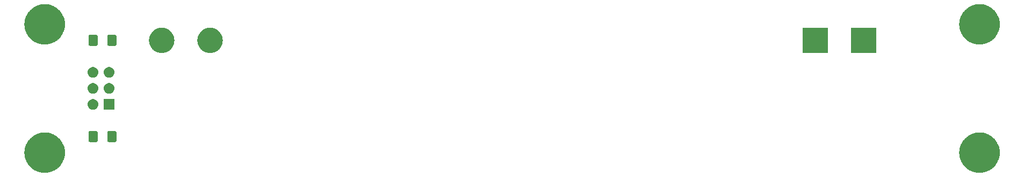
<source format=gbr>
G04 #@! TF.GenerationSoftware,KiCad,Pcbnew,7.0.9-7.0.9~ubuntu22.04.1*
G04 #@! TF.CreationDate,2023-12-29T17:37:10+01:00*
G04 #@! TF.ProjectId,Geiger Tube Driver,47656967-6572-4205-9475-626520447269,1.1*
G04 #@! TF.SameCoordinates,Original*
G04 #@! TF.FileFunction,Soldermask,Bot*
G04 #@! TF.FilePolarity,Negative*
%FSLAX46Y46*%
G04 Gerber Fmt 4.6, Leading zero omitted, Abs format (unit mm)*
G04 Created by KiCad (PCBNEW 7.0.9-7.0.9~ubuntu22.04.1) date 2023-12-29 17:37:10*
%MOMM*%
%LPD*%
G01*
G04 APERTURE LIST*
G04 APERTURE END LIST*
G36*
X76944866Y-108304766D02*
G01*
X77033239Y-108304766D01*
X77127593Y-108315027D01*
X77218286Y-108320121D01*
X77296297Y-108333375D01*
X77377692Y-108342228D01*
X77476827Y-108364049D01*
X77572067Y-108380231D01*
X77642406Y-108400495D01*
X77716067Y-108416709D01*
X77818574Y-108451248D01*
X77916893Y-108479573D01*
X77979045Y-108505317D01*
X78044417Y-108527344D01*
X78148715Y-108575597D01*
X78248428Y-108616900D01*
X78302068Y-108646546D01*
X78358874Y-108672827D01*
X78463243Y-108735624D01*
X78562503Y-108790483D01*
X78607599Y-108822480D01*
X78655755Y-108851455D01*
X78758321Y-108929423D01*
X78855167Y-108998139D01*
X78891908Y-109030972D01*
X78931590Y-109061138D01*
X79030412Y-109154747D01*
X79122742Y-109237258D01*
X79151553Y-109269498D01*
X79183131Y-109299410D01*
X79276173Y-109408948D01*
X79361861Y-109504833D01*
X79383383Y-109535166D01*
X79407436Y-109563483D01*
X79492634Y-109689140D01*
X79569517Y-109797497D01*
X79584576Y-109824745D01*
X79601880Y-109850266D01*
X79677197Y-109992329D01*
X79743100Y-110111572D01*
X79752691Y-110134727D01*
X79764174Y-110156386D01*
X79827585Y-110315536D01*
X79880427Y-110443107D01*
X79885682Y-110461350D01*
X79892419Y-110478257D01*
X79942018Y-110656896D01*
X79979769Y-110787933D01*
X79981926Y-110800633D01*
X79985115Y-110812116D01*
X80019106Y-111019457D01*
X80039879Y-111141714D01*
X80040259Y-111148481D01*
X80041167Y-111154020D01*
X80057856Y-111461838D01*
X80060000Y-111500000D01*
X80057856Y-111538164D01*
X80041167Y-111845979D01*
X80040259Y-111851516D01*
X80039879Y-111858286D01*
X80019102Y-111980569D01*
X79985115Y-112187883D01*
X79981927Y-112199363D01*
X79979769Y-112212067D01*
X79942010Y-112343130D01*
X79892419Y-112521742D01*
X79885683Y-112538646D01*
X79880427Y-112556893D01*
X79827574Y-112684489D01*
X79764174Y-112843613D01*
X79752693Y-112865268D01*
X79743100Y-112888428D01*
X79677184Y-113007694D01*
X79601880Y-113149733D01*
X79584579Y-113175248D01*
X79569517Y-113202503D01*
X79492618Y-113310880D01*
X79407436Y-113436516D01*
X79383387Y-113464827D01*
X79361861Y-113495167D01*
X79276156Y-113591071D01*
X79183131Y-113700589D01*
X79151559Y-113730494D01*
X79122742Y-113762742D01*
X79030393Y-113845269D01*
X78931590Y-113938861D01*
X78891915Y-113969020D01*
X78855167Y-114001861D01*
X78758301Y-114070590D01*
X78655755Y-114148544D01*
X78607609Y-114177512D01*
X78562503Y-114209517D01*
X78463222Y-114264387D01*
X78358874Y-114327172D01*
X78302079Y-114353447D01*
X78248428Y-114383100D01*
X78148694Y-114424411D01*
X78044417Y-114472655D01*
X77979058Y-114494676D01*
X77916893Y-114520427D01*
X77818554Y-114548757D01*
X77716067Y-114583290D01*
X77642420Y-114599500D01*
X77572067Y-114619769D01*
X77476807Y-114635954D01*
X77377692Y-114657771D01*
X77296309Y-114666622D01*
X77218286Y-114679879D01*
X77127588Y-114684972D01*
X77033239Y-114695234D01*
X76944866Y-114695234D01*
X76860000Y-114700000D01*
X76775134Y-114695234D01*
X76686761Y-114695234D01*
X76592411Y-114684972D01*
X76501714Y-114679879D01*
X76423691Y-114666622D01*
X76342307Y-114657771D01*
X76243187Y-114635953D01*
X76147933Y-114619769D01*
X76077582Y-114599501D01*
X76003932Y-114583290D01*
X75901438Y-114548755D01*
X75803107Y-114520427D01*
X75740945Y-114494678D01*
X75675582Y-114472655D01*
X75571295Y-114424407D01*
X75471572Y-114383100D01*
X75417925Y-114353450D01*
X75361125Y-114327172D01*
X75256764Y-114264380D01*
X75157497Y-114209517D01*
X75112396Y-114177516D01*
X75064244Y-114148544D01*
X74961683Y-114070580D01*
X74864833Y-114001861D01*
X74828089Y-113969025D01*
X74788409Y-113938861D01*
X74689588Y-113845253D01*
X74597258Y-113762742D01*
X74568445Y-113730501D01*
X74536868Y-113700589D01*
X74443823Y-113591048D01*
X74358139Y-113495167D01*
X74336617Y-113464835D01*
X74312563Y-113436516D01*
X74227358Y-113310849D01*
X74150483Y-113202503D01*
X74135424Y-113175256D01*
X74118119Y-113149733D01*
X74042791Y-113007649D01*
X73976900Y-112888428D01*
X73967310Y-112865277D01*
X73955825Y-112843613D01*
X73892399Y-112684425D01*
X73839573Y-112556893D01*
X73834318Y-112538655D01*
X73827580Y-112521742D01*
X73777961Y-112343034D01*
X73740231Y-112212067D01*
X73738074Y-112199372D01*
X73734884Y-112187883D01*
X73700869Y-111980401D01*
X73680121Y-111858286D01*
X73679741Y-111851525D01*
X73678832Y-111845979D01*
X73662114Y-111537648D01*
X73660000Y-111500000D01*
X73662114Y-111462354D01*
X73678832Y-111154020D01*
X73679741Y-111148472D01*
X73680121Y-111141714D01*
X73700864Y-111019625D01*
X73734884Y-110812116D01*
X73738074Y-110800624D01*
X73740231Y-110787933D01*
X73777954Y-110656992D01*
X73827580Y-110478257D01*
X73834319Y-110461341D01*
X73839573Y-110443107D01*
X73892388Y-110315599D01*
X73955825Y-110156386D01*
X73967312Y-110134718D01*
X73976900Y-110111572D01*
X74042778Y-109992373D01*
X74118119Y-109850266D01*
X74135427Y-109824737D01*
X74150483Y-109797497D01*
X74227343Y-109689172D01*
X74312563Y-109563483D01*
X74336621Y-109535158D01*
X74358139Y-109504833D01*
X74443806Y-109408970D01*
X74536868Y-109299410D01*
X74568451Y-109269492D01*
X74597258Y-109237258D01*
X74689569Y-109154763D01*
X74788409Y-109061138D01*
X74828097Y-109030967D01*
X74864833Y-108998139D01*
X74961663Y-108929433D01*
X75064244Y-108851455D01*
X75112405Y-108822477D01*
X75157497Y-108790483D01*
X75256744Y-108735630D01*
X75361125Y-108672827D01*
X75417936Y-108646543D01*
X75471572Y-108616900D01*
X75571275Y-108575601D01*
X75675582Y-108527344D01*
X75740958Y-108505315D01*
X75803107Y-108479573D01*
X75901418Y-108451250D01*
X76003932Y-108416709D01*
X76077596Y-108400494D01*
X76147933Y-108380231D01*
X76243167Y-108364049D01*
X76342307Y-108342228D01*
X76423704Y-108333375D01*
X76501714Y-108320121D01*
X76592406Y-108315027D01*
X76686761Y-108304766D01*
X76775134Y-108304766D01*
X76860000Y-108300000D01*
X76944866Y-108304766D01*
G37*
G36*
X224264866Y-108304766D02*
G01*
X224353239Y-108304766D01*
X224447593Y-108315027D01*
X224538286Y-108320121D01*
X224616297Y-108333375D01*
X224697692Y-108342228D01*
X224796827Y-108364049D01*
X224892067Y-108380231D01*
X224962406Y-108400495D01*
X225036067Y-108416709D01*
X225138574Y-108451248D01*
X225236893Y-108479573D01*
X225299045Y-108505317D01*
X225364417Y-108527344D01*
X225468715Y-108575597D01*
X225568428Y-108616900D01*
X225622068Y-108646546D01*
X225678874Y-108672827D01*
X225783243Y-108735624D01*
X225882503Y-108790483D01*
X225927599Y-108822480D01*
X225975755Y-108851455D01*
X226078321Y-108929423D01*
X226175167Y-108998139D01*
X226211908Y-109030972D01*
X226251590Y-109061138D01*
X226350412Y-109154747D01*
X226442742Y-109237258D01*
X226471553Y-109269498D01*
X226503131Y-109299410D01*
X226596173Y-109408948D01*
X226681861Y-109504833D01*
X226703383Y-109535166D01*
X226727436Y-109563483D01*
X226812634Y-109689140D01*
X226889517Y-109797497D01*
X226904576Y-109824745D01*
X226921880Y-109850266D01*
X226997197Y-109992329D01*
X227063100Y-110111572D01*
X227072691Y-110134727D01*
X227084174Y-110156386D01*
X227147585Y-110315536D01*
X227200427Y-110443107D01*
X227205682Y-110461350D01*
X227212419Y-110478257D01*
X227262018Y-110656896D01*
X227299769Y-110787933D01*
X227301926Y-110800633D01*
X227305115Y-110812116D01*
X227339106Y-111019457D01*
X227359879Y-111141714D01*
X227360259Y-111148481D01*
X227361167Y-111154020D01*
X227377856Y-111461838D01*
X227380000Y-111500000D01*
X227377856Y-111538164D01*
X227361167Y-111845979D01*
X227360259Y-111851516D01*
X227359879Y-111858286D01*
X227339102Y-111980569D01*
X227305115Y-112187883D01*
X227301927Y-112199363D01*
X227299769Y-112212067D01*
X227262010Y-112343130D01*
X227212419Y-112521742D01*
X227205683Y-112538646D01*
X227200427Y-112556893D01*
X227147574Y-112684489D01*
X227084174Y-112843613D01*
X227072693Y-112865268D01*
X227063100Y-112888428D01*
X226997184Y-113007694D01*
X226921880Y-113149733D01*
X226904579Y-113175248D01*
X226889517Y-113202503D01*
X226812618Y-113310880D01*
X226727436Y-113436516D01*
X226703387Y-113464827D01*
X226681861Y-113495167D01*
X226596156Y-113591071D01*
X226503131Y-113700589D01*
X226471559Y-113730494D01*
X226442742Y-113762742D01*
X226350393Y-113845269D01*
X226251590Y-113938861D01*
X226211915Y-113969020D01*
X226175167Y-114001861D01*
X226078301Y-114070590D01*
X225975755Y-114148544D01*
X225927609Y-114177512D01*
X225882503Y-114209517D01*
X225783222Y-114264387D01*
X225678874Y-114327172D01*
X225622079Y-114353447D01*
X225568428Y-114383100D01*
X225468694Y-114424411D01*
X225364417Y-114472655D01*
X225299058Y-114494676D01*
X225236893Y-114520427D01*
X225138554Y-114548757D01*
X225036067Y-114583290D01*
X224962420Y-114599500D01*
X224892067Y-114619769D01*
X224796807Y-114635954D01*
X224697692Y-114657771D01*
X224616309Y-114666622D01*
X224538286Y-114679879D01*
X224447588Y-114684972D01*
X224353239Y-114695234D01*
X224264866Y-114695234D01*
X224180000Y-114700000D01*
X224095134Y-114695234D01*
X224006761Y-114695234D01*
X223912411Y-114684972D01*
X223821714Y-114679879D01*
X223743691Y-114666622D01*
X223662307Y-114657771D01*
X223563187Y-114635953D01*
X223467933Y-114619769D01*
X223397582Y-114599501D01*
X223323932Y-114583290D01*
X223221438Y-114548755D01*
X223123107Y-114520427D01*
X223060945Y-114494678D01*
X222995582Y-114472655D01*
X222891295Y-114424407D01*
X222791572Y-114383100D01*
X222737925Y-114353450D01*
X222681125Y-114327172D01*
X222576764Y-114264380D01*
X222477497Y-114209517D01*
X222432396Y-114177516D01*
X222384244Y-114148544D01*
X222281683Y-114070580D01*
X222184833Y-114001861D01*
X222148089Y-113969025D01*
X222108409Y-113938861D01*
X222009588Y-113845253D01*
X221917258Y-113762742D01*
X221888445Y-113730501D01*
X221856868Y-113700589D01*
X221763823Y-113591048D01*
X221678139Y-113495167D01*
X221656617Y-113464835D01*
X221632563Y-113436516D01*
X221547358Y-113310849D01*
X221470483Y-113202503D01*
X221455424Y-113175256D01*
X221438119Y-113149733D01*
X221362791Y-113007649D01*
X221296900Y-112888428D01*
X221287310Y-112865277D01*
X221275825Y-112843613D01*
X221212399Y-112684425D01*
X221159573Y-112556893D01*
X221154318Y-112538655D01*
X221147580Y-112521742D01*
X221097961Y-112343034D01*
X221060231Y-112212067D01*
X221058074Y-112199372D01*
X221054884Y-112187883D01*
X221020869Y-111980401D01*
X221000121Y-111858286D01*
X220999741Y-111851525D01*
X220998832Y-111845979D01*
X220982114Y-111537648D01*
X220980000Y-111500000D01*
X220982114Y-111462354D01*
X220998832Y-111154020D01*
X220999741Y-111148472D01*
X221000121Y-111141714D01*
X221020864Y-111019625D01*
X221054884Y-110812116D01*
X221058074Y-110800624D01*
X221060231Y-110787933D01*
X221097954Y-110656992D01*
X221147580Y-110478257D01*
X221154319Y-110461341D01*
X221159573Y-110443107D01*
X221212388Y-110315599D01*
X221275825Y-110156386D01*
X221287312Y-110134718D01*
X221296900Y-110111572D01*
X221362778Y-109992373D01*
X221438119Y-109850266D01*
X221455427Y-109824737D01*
X221470483Y-109797497D01*
X221547343Y-109689172D01*
X221632563Y-109563483D01*
X221656621Y-109535158D01*
X221678139Y-109504833D01*
X221763806Y-109408970D01*
X221856868Y-109299410D01*
X221888451Y-109269492D01*
X221917258Y-109237258D01*
X222009569Y-109154763D01*
X222108409Y-109061138D01*
X222148097Y-109030967D01*
X222184833Y-108998139D01*
X222281663Y-108929433D01*
X222384244Y-108851455D01*
X222432405Y-108822477D01*
X222477497Y-108790483D01*
X222576744Y-108735630D01*
X222681125Y-108672827D01*
X222737936Y-108646543D01*
X222791572Y-108616900D01*
X222891275Y-108575601D01*
X222995582Y-108527344D01*
X223060958Y-108505315D01*
X223123107Y-108479573D01*
X223221418Y-108451250D01*
X223323932Y-108416709D01*
X223397596Y-108400494D01*
X223467933Y-108380231D01*
X223563167Y-108364049D01*
X223662307Y-108342228D01*
X223743704Y-108333375D01*
X223821714Y-108320121D01*
X223912406Y-108315027D01*
X224006761Y-108304766D01*
X224095134Y-108304766D01*
X224180000Y-108300000D01*
X224264866Y-108304766D01*
G37*
G36*
X84946546Y-108085805D02*
G01*
X84997907Y-108091764D01*
X85015453Y-108099511D01*
X85038170Y-108104030D01*
X85062487Y-108120278D01*
X85083293Y-108129465D01*
X85097504Y-108143676D01*
X85119276Y-108158224D01*
X85133823Y-108179995D01*
X85148034Y-108194206D01*
X85157219Y-108215010D01*
X85173470Y-108239330D01*
X85177988Y-108262047D01*
X85185735Y-108279592D01*
X85191696Y-108330966D01*
X85192499Y-108335002D01*
X85192499Y-108337883D01*
X85192500Y-108337892D01*
X85192500Y-108998139D01*
X85192500Y-109584999D01*
X85191694Y-109589048D01*
X85185735Y-109640407D01*
X85177989Y-109657949D01*
X85173470Y-109680670D01*
X85157218Y-109704991D01*
X85148034Y-109725793D01*
X85133825Y-109740001D01*
X85119276Y-109761776D01*
X85097501Y-109776325D01*
X85083293Y-109790534D01*
X85062491Y-109799718D01*
X85038170Y-109815970D01*
X85015450Y-109820488D01*
X84997907Y-109828235D01*
X84946534Y-109834196D01*
X84942498Y-109834999D01*
X84939615Y-109834999D01*
X84939607Y-109835000D01*
X84020393Y-109835000D01*
X84020392Y-109834999D01*
X84017501Y-109835000D01*
X84013451Y-109834194D01*
X83962092Y-109828235D01*
X83944548Y-109820488D01*
X83921830Y-109815970D01*
X83897510Y-109799719D01*
X83876706Y-109790534D01*
X83862495Y-109776323D01*
X83840724Y-109761776D01*
X83826176Y-109740004D01*
X83811965Y-109725793D01*
X83802778Y-109704987D01*
X83786530Y-109680670D01*
X83782011Y-109657954D01*
X83774264Y-109640407D01*
X83768303Y-109589033D01*
X83767501Y-109584998D01*
X83767500Y-109582115D01*
X83767500Y-109582107D01*
X83767500Y-108337892D01*
X83767500Y-108337891D01*
X83767500Y-108335001D01*
X83768304Y-108330954D01*
X83774264Y-108279592D01*
X83782011Y-108262044D01*
X83786530Y-108239330D01*
X83802777Y-108215014D01*
X83811965Y-108194206D01*
X83826178Y-108179992D01*
X83840724Y-108158224D01*
X83862492Y-108143678D01*
X83876706Y-108129465D01*
X83897514Y-108120277D01*
X83921830Y-108104030D01*
X83944543Y-108099512D01*
X83962092Y-108091764D01*
X84013467Y-108085803D01*
X84017502Y-108085001D01*
X84020384Y-108085000D01*
X84020393Y-108085000D01*
X84939607Y-108085000D01*
X84942499Y-108085000D01*
X84946546Y-108085805D01*
G37*
G36*
X87921546Y-108085805D02*
G01*
X87972907Y-108091764D01*
X87990453Y-108099511D01*
X88013170Y-108104030D01*
X88037487Y-108120278D01*
X88058293Y-108129465D01*
X88072504Y-108143676D01*
X88094276Y-108158224D01*
X88108823Y-108179995D01*
X88123034Y-108194206D01*
X88132219Y-108215010D01*
X88148470Y-108239330D01*
X88152988Y-108262047D01*
X88160735Y-108279592D01*
X88166696Y-108330966D01*
X88167499Y-108335002D01*
X88167499Y-108337883D01*
X88167500Y-108337892D01*
X88167500Y-108998139D01*
X88167500Y-109584999D01*
X88166694Y-109589048D01*
X88160735Y-109640407D01*
X88152989Y-109657949D01*
X88148470Y-109680670D01*
X88132218Y-109704991D01*
X88123034Y-109725793D01*
X88108825Y-109740001D01*
X88094276Y-109761776D01*
X88072501Y-109776325D01*
X88058293Y-109790534D01*
X88037491Y-109799718D01*
X88013170Y-109815970D01*
X87990450Y-109820488D01*
X87972907Y-109828235D01*
X87921534Y-109834196D01*
X87917498Y-109834999D01*
X87914615Y-109834999D01*
X87914607Y-109835000D01*
X86995393Y-109835000D01*
X86995392Y-109834999D01*
X86992501Y-109835000D01*
X86988451Y-109834194D01*
X86937092Y-109828235D01*
X86919548Y-109820488D01*
X86896830Y-109815970D01*
X86872510Y-109799719D01*
X86851706Y-109790534D01*
X86837495Y-109776323D01*
X86815724Y-109761776D01*
X86801176Y-109740004D01*
X86786965Y-109725793D01*
X86777778Y-109704987D01*
X86761530Y-109680670D01*
X86757011Y-109657954D01*
X86749264Y-109640407D01*
X86743303Y-109589033D01*
X86742501Y-109584998D01*
X86742500Y-109582115D01*
X86742500Y-109582107D01*
X86742500Y-108337892D01*
X86742500Y-108337891D01*
X86742500Y-108335001D01*
X86743304Y-108330954D01*
X86749264Y-108279592D01*
X86757011Y-108262044D01*
X86761530Y-108239330D01*
X86777777Y-108215014D01*
X86786965Y-108194206D01*
X86801178Y-108179992D01*
X86815724Y-108158224D01*
X86837492Y-108143678D01*
X86851706Y-108129465D01*
X86872514Y-108120277D01*
X86896830Y-108104030D01*
X86919543Y-108099512D01*
X86937092Y-108091764D01*
X86988467Y-108085803D01*
X86992502Y-108085001D01*
X86995384Y-108085000D01*
X86995393Y-108085000D01*
X87914607Y-108085000D01*
X87917499Y-108085000D01*
X87921546Y-108085805D01*
G37*
G36*
X87870000Y-104730000D02*
G01*
X86170000Y-104730000D01*
X86170000Y-103030000D01*
X87870000Y-103030000D01*
X87870000Y-104730000D01*
G37*
G36*
X84742664Y-103071602D02*
G01*
X84905000Y-103143878D01*
X85048761Y-103248327D01*
X85167664Y-103380383D01*
X85256514Y-103534274D01*
X85311425Y-103703275D01*
X85330000Y-103880000D01*
X85311425Y-104056725D01*
X85256514Y-104225726D01*
X85167664Y-104379617D01*
X85048761Y-104511673D01*
X84905000Y-104616122D01*
X84742664Y-104688398D01*
X84568849Y-104725344D01*
X84391151Y-104725344D01*
X84217336Y-104688398D01*
X84055000Y-104616122D01*
X83911239Y-104511673D01*
X83792336Y-104379617D01*
X83703486Y-104225726D01*
X83648575Y-104056725D01*
X83630000Y-103880000D01*
X83648575Y-103703275D01*
X83703486Y-103534274D01*
X83792336Y-103380383D01*
X83911239Y-103248327D01*
X84055000Y-103143878D01*
X84217336Y-103071602D01*
X84391151Y-103034656D01*
X84568849Y-103034656D01*
X84742664Y-103071602D01*
G37*
G36*
X84742664Y-100531602D02*
G01*
X84905000Y-100603878D01*
X85048761Y-100708327D01*
X85167664Y-100840383D01*
X85256514Y-100994274D01*
X85311425Y-101163275D01*
X85330000Y-101340000D01*
X85311425Y-101516725D01*
X85256514Y-101685726D01*
X85167664Y-101839617D01*
X85048761Y-101971673D01*
X84905000Y-102076122D01*
X84742664Y-102148398D01*
X84568849Y-102185344D01*
X84391151Y-102185344D01*
X84217336Y-102148398D01*
X84055000Y-102076122D01*
X83911239Y-101971673D01*
X83792336Y-101839617D01*
X83703486Y-101685726D01*
X83648575Y-101516725D01*
X83630000Y-101340000D01*
X83648575Y-101163275D01*
X83703486Y-100994274D01*
X83792336Y-100840383D01*
X83911239Y-100708327D01*
X84055000Y-100603878D01*
X84217336Y-100531602D01*
X84391151Y-100494656D01*
X84568849Y-100494656D01*
X84742664Y-100531602D01*
G37*
G36*
X87282664Y-100531602D02*
G01*
X87445000Y-100603878D01*
X87588761Y-100708327D01*
X87707664Y-100840383D01*
X87796514Y-100994274D01*
X87851425Y-101163275D01*
X87870000Y-101340000D01*
X87851425Y-101516725D01*
X87796514Y-101685726D01*
X87707664Y-101839617D01*
X87588761Y-101971673D01*
X87445000Y-102076122D01*
X87282664Y-102148398D01*
X87108849Y-102185344D01*
X86931151Y-102185344D01*
X86757336Y-102148398D01*
X86595000Y-102076122D01*
X86451239Y-101971673D01*
X86332336Y-101839617D01*
X86243486Y-101685726D01*
X86188575Y-101516725D01*
X86170000Y-101340000D01*
X86188575Y-101163275D01*
X86243486Y-100994274D01*
X86332336Y-100840383D01*
X86451239Y-100708327D01*
X86595000Y-100603878D01*
X86757336Y-100531602D01*
X86931151Y-100494656D01*
X87108849Y-100494656D01*
X87282664Y-100531602D01*
G37*
G36*
X84742664Y-97991602D02*
G01*
X84905000Y-98063878D01*
X85048761Y-98168327D01*
X85167664Y-98300383D01*
X85256514Y-98454274D01*
X85311425Y-98623275D01*
X85330000Y-98800000D01*
X85311425Y-98976725D01*
X85256514Y-99145726D01*
X85167664Y-99299617D01*
X85048761Y-99431673D01*
X84905000Y-99536122D01*
X84742664Y-99608398D01*
X84568849Y-99645344D01*
X84391151Y-99645344D01*
X84217336Y-99608398D01*
X84055000Y-99536122D01*
X83911239Y-99431673D01*
X83792336Y-99299617D01*
X83703486Y-99145726D01*
X83648575Y-98976725D01*
X83630000Y-98800000D01*
X83648575Y-98623275D01*
X83703486Y-98454274D01*
X83792336Y-98300383D01*
X83911239Y-98168327D01*
X84055000Y-98063878D01*
X84217336Y-97991602D01*
X84391151Y-97954656D01*
X84568849Y-97954656D01*
X84742664Y-97991602D01*
G37*
G36*
X87282664Y-97991602D02*
G01*
X87445000Y-98063878D01*
X87588761Y-98168327D01*
X87707664Y-98300383D01*
X87796514Y-98454274D01*
X87851425Y-98623275D01*
X87870000Y-98800000D01*
X87851425Y-98976725D01*
X87796514Y-99145726D01*
X87707664Y-99299617D01*
X87588761Y-99431673D01*
X87445000Y-99536122D01*
X87282664Y-99608398D01*
X87108849Y-99645344D01*
X86931151Y-99645344D01*
X86757336Y-99608398D01*
X86595000Y-99536122D01*
X86451239Y-99431673D01*
X86332336Y-99299617D01*
X86243486Y-99145726D01*
X86188575Y-98976725D01*
X86170000Y-98800000D01*
X86188575Y-98623275D01*
X86243486Y-98454274D01*
X86332336Y-98300383D01*
X86451239Y-98168327D01*
X86595000Y-98063878D01*
X86757336Y-97991602D01*
X86931151Y-97954656D01*
X87108849Y-97954656D01*
X87282664Y-97991602D01*
G37*
G36*
X95366820Y-91724779D02*
G01*
X95436479Y-91724779D01*
X95512051Y-91735166D01*
X95584630Y-91740357D01*
X95644370Y-91753352D01*
X95706884Y-91761945D01*
X95786804Y-91784337D01*
X95863465Y-91801014D01*
X95915218Y-91820317D01*
X95969718Y-91835587D01*
X96052109Y-91871374D01*
X96130830Y-91900736D01*
X96174097Y-91924361D01*
X96220078Y-91944334D01*
X96302798Y-91994637D01*
X96381282Y-92037493D01*
X96415964Y-92063456D01*
X96453291Y-92086155D01*
X96534006Y-92151821D01*
X96609721Y-92208501D01*
X96636102Y-92234882D01*
X96665028Y-92258415D01*
X96741265Y-92340045D01*
X96811499Y-92410279D01*
X96830240Y-92435314D01*
X96851331Y-92457897D01*
X96920503Y-92555891D01*
X96982507Y-92638718D01*
X96994591Y-92660849D01*
X97008740Y-92680893D01*
X97068266Y-92795774D01*
X97119264Y-92889170D01*
X97125955Y-92907110D01*
X97134314Y-92923242D01*
X97181645Y-93056420D01*
X97218986Y-93156535D01*
X97221763Y-93169304D01*
X97225721Y-93180439D01*
X97258495Y-93338157D01*
X97279643Y-93435370D01*
X97280139Y-93442312D01*
X97281256Y-93447685D01*
X97297316Y-93682482D01*
X97300000Y-93720000D01*
X97297316Y-93757520D01*
X97281256Y-93992314D01*
X97280139Y-93997686D01*
X97279643Y-94004630D01*
X97258491Y-94101863D01*
X97225721Y-94259560D01*
X97221764Y-94270692D01*
X97218986Y-94283465D01*
X97181637Y-94383599D01*
X97134314Y-94516757D01*
X97125956Y-94532885D01*
X97119264Y-94550830D01*
X97068256Y-94644243D01*
X97008740Y-94759106D01*
X96994594Y-94779145D01*
X96982507Y-94801282D01*
X96920491Y-94884124D01*
X96851331Y-94982102D01*
X96830244Y-95004680D01*
X96811499Y-95029721D01*
X96741251Y-95099968D01*
X96665028Y-95181584D01*
X96636107Y-95205112D01*
X96609721Y-95231499D01*
X96533990Y-95288190D01*
X96453291Y-95353844D01*
X96415971Y-95376538D01*
X96381282Y-95402507D01*
X96302782Y-95445371D01*
X96220078Y-95495665D01*
X96174106Y-95515633D01*
X96130830Y-95539264D01*
X96052093Y-95568631D01*
X95969718Y-95604412D01*
X95915229Y-95619678D01*
X95863465Y-95638986D01*
X95786788Y-95655665D01*
X95706884Y-95678054D01*
X95644380Y-95686645D01*
X95584630Y-95699643D01*
X95512047Y-95704834D01*
X95436479Y-95715221D01*
X95366820Y-95715221D01*
X95300000Y-95720000D01*
X95233180Y-95715221D01*
X95163521Y-95715221D01*
X95087952Y-95704834D01*
X95015370Y-95699643D01*
X94955621Y-95686645D01*
X94893115Y-95678054D01*
X94813206Y-95655665D01*
X94736535Y-95638986D01*
X94684773Y-95619679D01*
X94630281Y-95604412D01*
X94547899Y-95568628D01*
X94469170Y-95539264D01*
X94425897Y-95515635D01*
X94379921Y-95495665D01*
X94297207Y-95445365D01*
X94218718Y-95402507D01*
X94184032Y-95376541D01*
X94146708Y-95353844D01*
X94065996Y-95288180D01*
X93990279Y-95231499D01*
X93963896Y-95205116D01*
X93934971Y-95181584D01*
X93858733Y-95099953D01*
X93788501Y-95029721D01*
X93769759Y-95004685D01*
X93748668Y-94982102D01*
X93679491Y-94884101D01*
X93617493Y-94801282D01*
X93605409Y-94779151D01*
X93591259Y-94759106D01*
X93531724Y-94644207D01*
X93480736Y-94550830D01*
X93474045Y-94532892D01*
X93465685Y-94516757D01*
X93418341Y-94383542D01*
X93381014Y-94283465D01*
X93378237Y-94270700D01*
X93374278Y-94259560D01*
X93341486Y-94101761D01*
X93320357Y-94004630D01*
X93319860Y-93997693D01*
X93318743Y-93992314D01*
X93302660Y-93757200D01*
X93300000Y-93720000D01*
X93302660Y-93682802D01*
X93318743Y-93447685D01*
X93319861Y-93442304D01*
X93320357Y-93435370D01*
X93341481Y-93338260D01*
X93374278Y-93180439D01*
X93378237Y-93169297D01*
X93381014Y-93156535D01*
X93418333Y-93056477D01*
X93465685Y-92923242D01*
X93474046Y-92907103D01*
X93480736Y-92889170D01*
X93531713Y-92795810D01*
X93591259Y-92680893D01*
X93605411Y-92660843D01*
X93617493Y-92638718D01*
X93679478Y-92555915D01*
X93748668Y-92457897D01*
X93769763Y-92435308D01*
X93788501Y-92410279D01*
X93858719Y-92340060D01*
X93934971Y-92258415D01*
X93963902Y-92234877D01*
X93990279Y-92208501D01*
X94065981Y-92151830D01*
X94146708Y-92086155D01*
X94184039Y-92063452D01*
X94218718Y-92037493D01*
X94297191Y-91994643D01*
X94379921Y-91944334D01*
X94425906Y-91924359D01*
X94469170Y-91900736D01*
X94547883Y-91871377D01*
X94630281Y-91835587D01*
X94684784Y-91820316D01*
X94736535Y-91801014D01*
X94813190Y-91784338D01*
X94893115Y-91761945D01*
X94955630Y-91753352D01*
X95015370Y-91740357D01*
X95087947Y-91735166D01*
X95163521Y-91724779D01*
X95233180Y-91724779D01*
X95300000Y-91720000D01*
X95366820Y-91724779D01*
G37*
G36*
X102986820Y-91724779D02*
G01*
X103056479Y-91724779D01*
X103132051Y-91735166D01*
X103204630Y-91740357D01*
X103264370Y-91753352D01*
X103326884Y-91761945D01*
X103406804Y-91784337D01*
X103483465Y-91801014D01*
X103535218Y-91820317D01*
X103589718Y-91835587D01*
X103672109Y-91871374D01*
X103750830Y-91900736D01*
X103794097Y-91924361D01*
X103840078Y-91944334D01*
X103922798Y-91994637D01*
X104001282Y-92037493D01*
X104035964Y-92063456D01*
X104073291Y-92086155D01*
X104154006Y-92151821D01*
X104229721Y-92208501D01*
X104256102Y-92234882D01*
X104285028Y-92258415D01*
X104361265Y-92340045D01*
X104431499Y-92410279D01*
X104450240Y-92435314D01*
X104471331Y-92457897D01*
X104540503Y-92555891D01*
X104602507Y-92638718D01*
X104614591Y-92660849D01*
X104628740Y-92680893D01*
X104688266Y-92795774D01*
X104739264Y-92889170D01*
X104745955Y-92907110D01*
X104754314Y-92923242D01*
X104801645Y-93056420D01*
X104838986Y-93156535D01*
X104841763Y-93169304D01*
X104845721Y-93180439D01*
X104878495Y-93338157D01*
X104899643Y-93435370D01*
X104900139Y-93442312D01*
X104901256Y-93447685D01*
X104917316Y-93682482D01*
X104920000Y-93720000D01*
X104917316Y-93757520D01*
X104901256Y-93992314D01*
X104900139Y-93997686D01*
X104899643Y-94004630D01*
X104878491Y-94101863D01*
X104845721Y-94259560D01*
X104841764Y-94270692D01*
X104838986Y-94283465D01*
X104801637Y-94383599D01*
X104754314Y-94516757D01*
X104745956Y-94532885D01*
X104739264Y-94550830D01*
X104688256Y-94644243D01*
X104628740Y-94759106D01*
X104614594Y-94779145D01*
X104602507Y-94801282D01*
X104540491Y-94884124D01*
X104471331Y-94982102D01*
X104450244Y-95004680D01*
X104431499Y-95029721D01*
X104361251Y-95099968D01*
X104285028Y-95181584D01*
X104256107Y-95205112D01*
X104229721Y-95231499D01*
X104153990Y-95288190D01*
X104073291Y-95353844D01*
X104035971Y-95376538D01*
X104001282Y-95402507D01*
X103922782Y-95445371D01*
X103840078Y-95495665D01*
X103794106Y-95515633D01*
X103750830Y-95539264D01*
X103672093Y-95568631D01*
X103589718Y-95604412D01*
X103535229Y-95619678D01*
X103483465Y-95638986D01*
X103406788Y-95655665D01*
X103326884Y-95678054D01*
X103264380Y-95686645D01*
X103204630Y-95699643D01*
X103132047Y-95704834D01*
X103056479Y-95715221D01*
X102986820Y-95715221D01*
X102920000Y-95720000D01*
X102853180Y-95715221D01*
X102783521Y-95715221D01*
X102707952Y-95704834D01*
X102635370Y-95699643D01*
X102575621Y-95686645D01*
X102513115Y-95678054D01*
X102433206Y-95655665D01*
X102356535Y-95638986D01*
X102304773Y-95619679D01*
X102250281Y-95604412D01*
X102167899Y-95568628D01*
X102089170Y-95539264D01*
X102045897Y-95515635D01*
X101999921Y-95495665D01*
X101917207Y-95445365D01*
X101838718Y-95402507D01*
X101804032Y-95376541D01*
X101766708Y-95353844D01*
X101685996Y-95288180D01*
X101610279Y-95231499D01*
X101583896Y-95205116D01*
X101554971Y-95181584D01*
X101478733Y-95099953D01*
X101408501Y-95029721D01*
X101389759Y-95004685D01*
X101368668Y-94982102D01*
X101299491Y-94884101D01*
X101237493Y-94801282D01*
X101225409Y-94779151D01*
X101211259Y-94759106D01*
X101151724Y-94644207D01*
X101100736Y-94550830D01*
X101094045Y-94532892D01*
X101085685Y-94516757D01*
X101038341Y-94383542D01*
X101001014Y-94283465D01*
X100998237Y-94270700D01*
X100994278Y-94259560D01*
X100961486Y-94101761D01*
X100940357Y-94004630D01*
X100939860Y-93997693D01*
X100938743Y-93992314D01*
X100922660Y-93757200D01*
X100920000Y-93720000D01*
X100922660Y-93682802D01*
X100938743Y-93447685D01*
X100939861Y-93442304D01*
X100940357Y-93435370D01*
X100961481Y-93338260D01*
X100994278Y-93180439D01*
X100998237Y-93169297D01*
X101001014Y-93156535D01*
X101038333Y-93056477D01*
X101085685Y-92923242D01*
X101094046Y-92907103D01*
X101100736Y-92889170D01*
X101151713Y-92795810D01*
X101211259Y-92680893D01*
X101225411Y-92660843D01*
X101237493Y-92638718D01*
X101299478Y-92555915D01*
X101368668Y-92457897D01*
X101389763Y-92435308D01*
X101408501Y-92410279D01*
X101478719Y-92340060D01*
X101554971Y-92258415D01*
X101583902Y-92234877D01*
X101610279Y-92208501D01*
X101685981Y-92151830D01*
X101766708Y-92086155D01*
X101804039Y-92063452D01*
X101838718Y-92037493D01*
X101917191Y-91994643D01*
X101999921Y-91944334D01*
X102045906Y-91924359D01*
X102089170Y-91900736D01*
X102167883Y-91871377D01*
X102250281Y-91835587D01*
X102304784Y-91820316D01*
X102356535Y-91801014D01*
X102433190Y-91784338D01*
X102513115Y-91761945D01*
X102575630Y-91753352D01*
X102635370Y-91740357D01*
X102707947Y-91735166D01*
X102783521Y-91724779D01*
X102853180Y-91724779D01*
X102920000Y-91720000D01*
X102986820Y-91724779D01*
G37*
G36*
X200300000Y-95720000D02*
G01*
X196300000Y-95720000D01*
X196300000Y-91720000D01*
X200300000Y-91720000D01*
X200300000Y-95720000D01*
G37*
G36*
X207920000Y-95720000D02*
G01*
X203920000Y-95720000D01*
X203920000Y-91720000D01*
X207920000Y-91720000D01*
X207920000Y-95720000D01*
G37*
G36*
X84946546Y-92845805D02*
G01*
X84997907Y-92851764D01*
X85015453Y-92859511D01*
X85038170Y-92864030D01*
X85062487Y-92880278D01*
X85083293Y-92889465D01*
X85097504Y-92903676D01*
X85119276Y-92918224D01*
X85133823Y-92939995D01*
X85148034Y-92954206D01*
X85157219Y-92975010D01*
X85173470Y-92999330D01*
X85177988Y-93022047D01*
X85185735Y-93039592D01*
X85191696Y-93090966D01*
X85192499Y-93095002D01*
X85192499Y-93097883D01*
X85192500Y-93097892D01*
X85192500Y-93720866D01*
X85192500Y-94344999D01*
X85191694Y-94349048D01*
X85185735Y-94400407D01*
X85177989Y-94417949D01*
X85173470Y-94440670D01*
X85157218Y-94464991D01*
X85148034Y-94485793D01*
X85133825Y-94500001D01*
X85119276Y-94521776D01*
X85097501Y-94536325D01*
X85083293Y-94550534D01*
X85062491Y-94559718D01*
X85038170Y-94575970D01*
X85015450Y-94580488D01*
X84997907Y-94588235D01*
X84946534Y-94594196D01*
X84942498Y-94594999D01*
X84939615Y-94594999D01*
X84939607Y-94595000D01*
X84020393Y-94595000D01*
X84020392Y-94594999D01*
X84017501Y-94595000D01*
X84013451Y-94594194D01*
X83962092Y-94588235D01*
X83944548Y-94580488D01*
X83921830Y-94575970D01*
X83897510Y-94559719D01*
X83876706Y-94550534D01*
X83862495Y-94536323D01*
X83840724Y-94521776D01*
X83826176Y-94500004D01*
X83811965Y-94485793D01*
X83802778Y-94464987D01*
X83786530Y-94440670D01*
X83782011Y-94417954D01*
X83774264Y-94400407D01*
X83768303Y-94349033D01*
X83767501Y-94344998D01*
X83767500Y-94342115D01*
X83767500Y-94342107D01*
X83767500Y-93097892D01*
X83767500Y-93097891D01*
X83767500Y-93095001D01*
X83768304Y-93090954D01*
X83774264Y-93039592D01*
X83782011Y-93022044D01*
X83786530Y-92999330D01*
X83802777Y-92975014D01*
X83811965Y-92954206D01*
X83826178Y-92939992D01*
X83840724Y-92918224D01*
X83862492Y-92903678D01*
X83876706Y-92889465D01*
X83897514Y-92880277D01*
X83921830Y-92864030D01*
X83944543Y-92859512D01*
X83962092Y-92851764D01*
X84013467Y-92845803D01*
X84017502Y-92845001D01*
X84020384Y-92845000D01*
X84020393Y-92845000D01*
X84939607Y-92845000D01*
X84942499Y-92845000D01*
X84946546Y-92845805D01*
G37*
G36*
X87921546Y-92845805D02*
G01*
X87972907Y-92851764D01*
X87990453Y-92859511D01*
X88013170Y-92864030D01*
X88037487Y-92880278D01*
X88058293Y-92889465D01*
X88072504Y-92903676D01*
X88094276Y-92918224D01*
X88108823Y-92939995D01*
X88123034Y-92954206D01*
X88132219Y-92975010D01*
X88148470Y-92999330D01*
X88152988Y-93022047D01*
X88160735Y-93039592D01*
X88166696Y-93090966D01*
X88167499Y-93095002D01*
X88167499Y-93097883D01*
X88167500Y-93097892D01*
X88167500Y-93720866D01*
X88167500Y-94344999D01*
X88166694Y-94349048D01*
X88160735Y-94400407D01*
X88152989Y-94417949D01*
X88148470Y-94440670D01*
X88132218Y-94464991D01*
X88123034Y-94485793D01*
X88108825Y-94500001D01*
X88094276Y-94521776D01*
X88072501Y-94536325D01*
X88058293Y-94550534D01*
X88037491Y-94559718D01*
X88013170Y-94575970D01*
X87990450Y-94580488D01*
X87972907Y-94588235D01*
X87921534Y-94594196D01*
X87917498Y-94594999D01*
X87914615Y-94594999D01*
X87914607Y-94595000D01*
X86995393Y-94595000D01*
X86995392Y-94594999D01*
X86992501Y-94595000D01*
X86988451Y-94594194D01*
X86937092Y-94588235D01*
X86919548Y-94580488D01*
X86896830Y-94575970D01*
X86872510Y-94559719D01*
X86851706Y-94550534D01*
X86837495Y-94536323D01*
X86815724Y-94521776D01*
X86801176Y-94500004D01*
X86786965Y-94485793D01*
X86777778Y-94464987D01*
X86761530Y-94440670D01*
X86757011Y-94417954D01*
X86749264Y-94400407D01*
X86743303Y-94349033D01*
X86742501Y-94344998D01*
X86742500Y-94342115D01*
X86742500Y-94342107D01*
X86742500Y-93097892D01*
X86742500Y-93097891D01*
X86742500Y-93095001D01*
X86743304Y-93090954D01*
X86749264Y-93039592D01*
X86757011Y-93022044D01*
X86761530Y-92999330D01*
X86777777Y-92975014D01*
X86786965Y-92954206D01*
X86801178Y-92939992D01*
X86815724Y-92918224D01*
X86837492Y-92903678D01*
X86851706Y-92889465D01*
X86872514Y-92880277D01*
X86896830Y-92864030D01*
X86919543Y-92859512D01*
X86937092Y-92851764D01*
X86988467Y-92845803D01*
X86992502Y-92845001D01*
X86995384Y-92845000D01*
X86995393Y-92845000D01*
X87914607Y-92845000D01*
X87917499Y-92845000D01*
X87921546Y-92845805D01*
G37*
G36*
X76944866Y-87984766D02*
G01*
X77033239Y-87984766D01*
X77127593Y-87995027D01*
X77218286Y-88000121D01*
X77296297Y-88013375D01*
X77377692Y-88022228D01*
X77476827Y-88044049D01*
X77572067Y-88060231D01*
X77642406Y-88080495D01*
X77716067Y-88096709D01*
X77818574Y-88131248D01*
X77916893Y-88159573D01*
X77979045Y-88185317D01*
X78044417Y-88207344D01*
X78148715Y-88255597D01*
X78248428Y-88296900D01*
X78302068Y-88326546D01*
X78358874Y-88352827D01*
X78463243Y-88415624D01*
X78562503Y-88470483D01*
X78607599Y-88502480D01*
X78655755Y-88531455D01*
X78758321Y-88609423D01*
X78855167Y-88678139D01*
X78891908Y-88710972D01*
X78931590Y-88741138D01*
X79030412Y-88834747D01*
X79122742Y-88917258D01*
X79151553Y-88949498D01*
X79183131Y-88979410D01*
X79276173Y-89088948D01*
X79361861Y-89184833D01*
X79383383Y-89215166D01*
X79407436Y-89243483D01*
X79492634Y-89369140D01*
X79569517Y-89477497D01*
X79584576Y-89504745D01*
X79601880Y-89530266D01*
X79677197Y-89672329D01*
X79743100Y-89791572D01*
X79752691Y-89814727D01*
X79764174Y-89836386D01*
X79827585Y-89995536D01*
X79880427Y-90123107D01*
X79885682Y-90141350D01*
X79892419Y-90158257D01*
X79942018Y-90336896D01*
X79979769Y-90467933D01*
X79981926Y-90480633D01*
X79985115Y-90492116D01*
X80019106Y-90699457D01*
X80039879Y-90821714D01*
X80040259Y-90828481D01*
X80041167Y-90834020D01*
X80057856Y-91141838D01*
X80060000Y-91180000D01*
X80057856Y-91218164D01*
X80041167Y-91525979D01*
X80040259Y-91531516D01*
X80039879Y-91538286D01*
X80019102Y-91660569D01*
X79985115Y-91867883D01*
X79981927Y-91879363D01*
X79979769Y-91892067D01*
X79942010Y-92023130D01*
X79892419Y-92201742D01*
X79885683Y-92218646D01*
X79880427Y-92236893D01*
X79827574Y-92364489D01*
X79764174Y-92523613D01*
X79752693Y-92545268D01*
X79743100Y-92568428D01*
X79677184Y-92687694D01*
X79601880Y-92829733D01*
X79584579Y-92855248D01*
X79569517Y-92882503D01*
X79492618Y-92990880D01*
X79407436Y-93116516D01*
X79383387Y-93144827D01*
X79361861Y-93175167D01*
X79276156Y-93271071D01*
X79183131Y-93380589D01*
X79151559Y-93410494D01*
X79122742Y-93442742D01*
X79030393Y-93525269D01*
X78931590Y-93618861D01*
X78891915Y-93649020D01*
X78855167Y-93681861D01*
X78758301Y-93750590D01*
X78655755Y-93828544D01*
X78607609Y-93857512D01*
X78562503Y-93889517D01*
X78463222Y-93944387D01*
X78358874Y-94007172D01*
X78302079Y-94033447D01*
X78248428Y-94063100D01*
X78148694Y-94104411D01*
X78044417Y-94152655D01*
X77979058Y-94174676D01*
X77916893Y-94200427D01*
X77818554Y-94228757D01*
X77716067Y-94263290D01*
X77642420Y-94279500D01*
X77572067Y-94299769D01*
X77476807Y-94315954D01*
X77377692Y-94337771D01*
X77296309Y-94346622D01*
X77218286Y-94359879D01*
X77127588Y-94364972D01*
X77033239Y-94375234D01*
X76944866Y-94375234D01*
X76860000Y-94380000D01*
X76775134Y-94375234D01*
X76686761Y-94375234D01*
X76592411Y-94364972D01*
X76501714Y-94359879D01*
X76423691Y-94346622D01*
X76342307Y-94337771D01*
X76243187Y-94315953D01*
X76147933Y-94299769D01*
X76077582Y-94279501D01*
X76003932Y-94263290D01*
X75901438Y-94228755D01*
X75803107Y-94200427D01*
X75740945Y-94174678D01*
X75675582Y-94152655D01*
X75571295Y-94104407D01*
X75471572Y-94063100D01*
X75417925Y-94033450D01*
X75361125Y-94007172D01*
X75256764Y-93944380D01*
X75157497Y-93889517D01*
X75112396Y-93857516D01*
X75064244Y-93828544D01*
X74961683Y-93750580D01*
X74864833Y-93681861D01*
X74828089Y-93649025D01*
X74788409Y-93618861D01*
X74689588Y-93525253D01*
X74597258Y-93442742D01*
X74568445Y-93410501D01*
X74536868Y-93380589D01*
X74443823Y-93271048D01*
X74358139Y-93175167D01*
X74336617Y-93144835D01*
X74312563Y-93116516D01*
X74227358Y-92990849D01*
X74150483Y-92882503D01*
X74135424Y-92855256D01*
X74118119Y-92829733D01*
X74042791Y-92687649D01*
X73976900Y-92568428D01*
X73967310Y-92545277D01*
X73955825Y-92523613D01*
X73892399Y-92364425D01*
X73839573Y-92236893D01*
X73834318Y-92218655D01*
X73827580Y-92201742D01*
X73777961Y-92023034D01*
X73740231Y-91892067D01*
X73738074Y-91879372D01*
X73734884Y-91867883D01*
X73700869Y-91660401D01*
X73680121Y-91538286D01*
X73679741Y-91531525D01*
X73678832Y-91525979D01*
X73662114Y-91217648D01*
X73660000Y-91180000D01*
X73662114Y-91142354D01*
X73678832Y-90834020D01*
X73679741Y-90828472D01*
X73680121Y-90821714D01*
X73700864Y-90699625D01*
X73734884Y-90492116D01*
X73738074Y-90480624D01*
X73740231Y-90467933D01*
X73777954Y-90336992D01*
X73827580Y-90158257D01*
X73834319Y-90141341D01*
X73839573Y-90123107D01*
X73892388Y-89995599D01*
X73955825Y-89836386D01*
X73967312Y-89814718D01*
X73976900Y-89791572D01*
X74042778Y-89672373D01*
X74118119Y-89530266D01*
X74135427Y-89504737D01*
X74150483Y-89477497D01*
X74227343Y-89369172D01*
X74312563Y-89243483D01*
X74336621Y-89215158D01*
X74358139Y-89184833D01*
X74443806Y-89088970D01*
X74536868Y-88979410D01*
X74568451Y-88949492D01*
X74597258Y-88917258D01*
X74689569Y-88834763D01*
X74788409Y-88741138D01*
X74828097Y-88710967D01*
X74864833Y-88678139D01*
X74961663Y-88609433D01*
X75064244Y-88531455D01*
X75112405Y-88502477D01*
X75157497Y-88470483D01*
X75256744Y-88415630D01*
X75361125Y-88352827D01*
X75417936Y-88326543D01*
X75471572Y-88296900D01*
X75571275Y-88255601D01*
X75675582Y-88207344D01*
X75740958Y-88185315D01*
X75803107Y-88159573D01*
X75901418Y-88131250D01*
X76003932Y-88096709D01*
X76077596Y-88080494D01*
X76147933Y-88060231D01*
X76243167Y-88044049D01*
X76342307Y-88022228D01*
X76423704Y-88013375D01*
X76501714Y-88000121D01*
X76592406Y-87995027D01*
X76686761Y-87984766D01*
X76775134Y-87984766D01*
X76860000Y-87980000D01*
X76944866Y-87984766D01*
G37*
G36*
X224264866Y-87984766D02*
G01*
X224353239Y-87984766D01*
X224447593Y-87995027D01*
X224538286Y-88000121D01*
X224616297Y-88013375D01*
X224697692Y-88022228D01*
X224796827Y-88044049D01*
X224892067Y-88060231D01*
X224962406Y-88080495D01*
X225036067Y-88096709D01*
X225138574Y-88131248D01*
X225236893Y-88159573D01*
X225299045Y-88185317D01*
X225364417Y-88207344D01*
X225468715Y-88255597D01*
X225568428Y-88296900D01*
X225622068Y-88326546D01*
X225678874Y-88352827D01*
X225783243Y-88415624D01*
X225882503Y-88470483D01*
X225927599Y-88502480D01*
X225975755Y-88531455D01*
X226078321Y-88609423D01*
X226175167Y-88678139D01*
X226211908Y-88710972D01*
X226251590Y-88741138D01*
X226350412Y-88834747D01*
X226442742Y-88917258D01*
X226471553Y-88949498D01*
X226503131Y-88979410D01*
X226596173Y-89088948D01*
X226681861Y-89184833D01*
X226703383Y-89215166D01*
X226727436Y-89243483D01*
X226812634Y-89369140D01*
X226889517Y-89477497D01*
X226904576Y-89504745D01*
X226921880Y-89530266D01*
X226997197Y-89672329D01*
X227063100Y-89791572D01*
X227072691Y-89814727D01*
X227084174Y-89836386D01*
X227147585Y-89995536D01*
X227200427Y-90123107D01*
X227205682Y-90141350D01*
X227212419Y-90158257D01*
X227262018Y-90336896D01*
X227299769Y-90467933D01*
X227301926Y-90480633D01*
X227305115Y-90492116D01*
X227339106Y-90699457D01*
X227359879Y-90821714D01*
X227360259Y-90828481D01*
X227361167Y-90834020D01*
X227377856Y-91141838D01*
X227380000Y-91180000D01*
X227377856Y-91218164D01*
X227361167Y-91525979D01*
X227360259Y-91531516D01*
X227359879Y-91538286D01*
X227339102Y-91660569D01*
X227305115Y-91867883D01*
X227301927Y-91879363D01*
X227299769Y-91892067D01*
X227262010Y-92023130D01*
X227212419Y-92201742D01*
X227205683Y-92218646D01*
X227200427Y-92236893D01*
X227147574Y-92364489D01*
X227084174Y-92523613D01*
X227072693Y-92545268D01*
X227063100Y-92568428D01*
X226997184Y-92687694D01*
X226921880Y-92829733D01*
X226904579Y-92855248D01*
X226889517Y-92882503D01*
X226812618Y-92990880D01*
X226727436Y-93116516D01*
X226703387Y-93144827D01*
X226681861Y-93175167D01*
X226596156Y-93271071D01*
X226503131Y-93380589D01*
X226471559Y-93410494D01*
X226442742Y-93442742D01*
X226350393Y-93525269D01*
X226251590Y-93618861D01*
X226211915Y-93649020D01*
X226175167Y-93681861D01*
X226078301Y-93750590D01*
X225975755Y-93828544D01*
X225927609Y-93857512D01*
X225882503Y-93889517D01*
X225783222Y-93944387D01*
X225678874Y-94007172D01*
X225622079Y-94033447D01*
X225568428Y-94063100D01*
X225468694Y-94104411D01*
X225364417Y-94152655D01*
X225299058Y-94174676D01*
X225236893Y-94200427D01*
X225138554Y-94228757D01*
X225036067Y-94263290D01*
X224962420Y-94279500D01*
X224892067Y-94299769D01*
X224796807Y-94315954D01*
X224697692Y-94337771D01*
X224616309Y-94346622D01*
X224538286Y-94359879D01*
X224447588Y-94364972D01*
X224353239Y-94375234D01*
X224264866Y-94375234D01*
X224180000Y-94380000D01*
X224095134Y-94375234D01*
X224006761Y-94375234D01*
X223912411Y-94364972D01*
X223821714Y-94359879D01*
X223743691Y-94346622D01*
X223662307Y-94337771D01*
X223563187Y-94315953D01*
X223467933Y-94299769D01*
X223397582Y-94279501D01*
X223323932Y-94263290D01*
X223221438Y-94228755D01*
X223123107Y-94200427D01*
X223060945Y-94174678D01*
X222995582Y-94152655D01*
X222891295Y-94104407D01*
X222791572Y-94063100D01*
X222737925Y-94033450D01*
X222681125Y-94007172D01*
X222576764Y-93944380D01*
X222477497Y-93889517D01*
X222432396Y-93857516D01*
X222384244Y-93828544D01*
X222281683Y-93750580D01*
X222184833Y-93681861D01*
X222148089Y-93649025D01*
X222108409Y-93618861D01*
X222009588Y-93525253D01*
X221917258Y-93442742D01*
X221888445Y-93410501D01*
X221856868Y-93380589D01*
X221763823Y-93271048D01*
X221678139Y-93175167D01*
X221656617Y-93144835D01*
X221632563Y-93116516D01*
X221547358Y-92990849D01*
X221470483Y-92882503D01*
X221455424Y-92855256D01*
X221438119Y-92829733D01*
X221362791Y-92687649D01*
X221296900Y-92568428D01*
X221287310Y-92545277D01*
X221275825Y-92523613D01*
X221212399Y-92364425D01*
X221159573Y-92236893D01*
X221154318Y-92218655D01*
X221147580Y-92201742D01*
X221097961Y-92023034D01*
X221060231Y-91892067D01*
X221058074Y-91879372D01*
X221054884Y-91867883D01*
X221020869Y-91660401D01*
X221000121Y-91538286D01*
X220999741Y-91531525D01*
X220998832Y-91525979D01*
X220982114Y-91217648D01*
X220980000Y-91180000D01*
X220982114Y-91142354D01*
X220998832Y-90834020D01*
X220999741Y-90828472D01*
X221000121Y-90821714D01*
X221020864Y-90699625D01*
X221054884Y-90492116D01*
X221058074Y-90480624D01*
X221060231Y-90467933D01*
X221097954Y-90336992D01*
X221147580Y-90158257D01*
X221154319Y-90141341D01*
X221159573Y-90123107D01*
X221212388Y-89995599D01*
X221275825Y-89836386D01*
X221287312Y-89814718D01*
X221296900Y-89791572D01*
X221362778Y-89672373D01*
X221438119Y-89530266D01*
X221455427Y-89504737D01*
X221470483Y-89477497D01*
X221547343Y-89369172D01*
X221632563Y-89243483D01*
X221656621Y-89215158D01*
X221678139Y-89184833D01*
X221763806Y-89088970D01*
X221856868Y-88979410D01*
X221888451Y-88949492D01*
X221917258Y-88917258D01*
X222009569Y-88834763D01*
X222108409Y-88741138D01*
X222148097Y-88710967D01*
X222184833Y-88678139D01*
X222281663Y-88609433D01*
X222384244Y-88531455D01*
X222432405Y-88502477D01*
X222477497Y-88470483D01*
X222576744Y-88415630D01*
X222681125Y-88352827D01*
X222737936Y-88326543D01*
X222791572Y-88296900D01*
X222891275Y-88255601D01*
X222995582Y-88207344D01*
X223060958Y-88185315D01*
X223123107Y-88159573D01*
X223221418Y-88131250D01*
X223323932Y-88096709D01*
X223397596Y-88080494D01*
X223467933Y-88060231D01*
X223563167Y-88044049D01*
X223662307Y-88022228D01*
X223743704Y-88013375D01*
X223821714Y-88000121D01*
X223912406Y-87995027D01*
X224006761Y-87984766D01*
X224095134Y-87984766D01*
X224180000Y-87980000D01*
X224264866Y-87984766D01*
G37*
M02*

</source>
